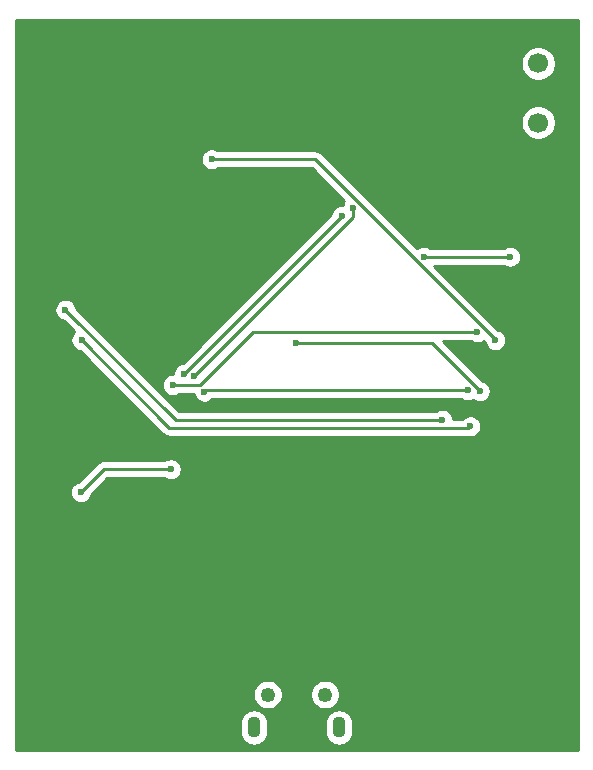
<source format=gbr>
%TF.GenerationSoftware,KiCad,Pcbnew,(5.1.9)-1*%
%TF.CreationDate,2021-04-27T12:53:02+02:00*%
%TF.ProjectId,AidonBoard32,4d657465-7242-46f6-9172-6433322e6b69,2*%
%TF.SameCoordinates,Original*%
%TF.FileFunction,Copper,L2,Bot*%
%TF.FilePolarity,Positive*%
%FSLAX46Y46*%
G04 Gerber Fmt 4.6, Leading zero omitted, Abs format (unit mm)*
G04 Created by KiCad (PCBNEW (5.1.9)-1) date 2021-04-27 12:53:02*
%MOMM*%
%LPD*%
G01*
G04 APERTURE LIST*
%TA.AperFunction,ComponentPad*%
%ADD10O,1.100000X1.800000*%
%TD*%
%TA.AperFunction,ComponentPad*%
%ADD11C,1.250000*%
%TD*%
%TA.AperFunction,ComponentPad*%
%ADD12C,1.700000*%
%TD*%
%TA.AperFunction,ViaPad*%
%ADD13C,0.600000*%
%TD*%
%TA.AperFunction,Conductor*%
%ADD14C,0.250000*%
%TD*%
%TA.AperFunction,Conductor*%
%ADD15C,0.254000*%
%TD*%
%TA.AperFunction,Conductor*%
%ADD16C,0.100000*%
%TD*%
G04 APERTURE END LIST*
D10*
%TO.P,M1,0*%
%TO.N,N/C*%
X98830000Y-92020000D03*
D11*
X100005000Y-89230000D03*
X104855000Y-89230000D03*
D10*
X106030000Y-92020000D03*
%TD*%
D12*
%TO.P,J1,2*%
%TO.N,Net-(J1-Pad2)*%
X122900000Y-35800000D03*
%TO.P,J1,1*%
%TO.N,Net-(J1-Pad1)*%
X122900000Y-40800000D03*
%TD*%
D13*
%TO.N,VBUS*%
X84178700Y-72096100D03*
X91798000Y-70158500D03*
%TO.N,GND*%
X105410000Y-87630000D03*
X79300000Y-50900000D03*
X79300000Y-52100000D03*
X79300000Y-53400000D03*
X79300000Y-54800000D03*
X79300000Y-56200000D03*
X79300000Y-57600000D03*
X79300000Y-59000000D03*
X79300000Y-60500000D03*
X79300000Y-61900000D03*
X79300000Y-63200000D03*
X79300000Y-64600000D03*
X79300000Y-66000000D03*
X79300000Y-67400000D03*
X79300000Y-68700000D03*
X79300000Y-69900000D03*
X79300000Y-71200000D03*
X79300000Y-73700000D03*
X79300000Y-74900000D03*
X79300000Y-76200000D03*
X79300000Y-77500000D03*
X79300000Y-81400000D03*
X79300000Y-80200000D03*
X79300000Y-82600000D03*
X79300000Y-83800000D03*
X79300000Y-85000000D03*
X79300000Y-91200000D03*
X79300000Y-92400000D03*
X79300000Y-72500000D03*
X79300000Y-78900000D03*
X79300000Y-86200000D03*
X79300000Y-87500000D03*
X79300000Y-88800000D03*
X79300000Y-90000000D03*
X99060000Y-87630000D03*
X95250000Y-53340000D03*
%TO.N,/RTS*%
X94645200Y-63576400D03*
X116933700Y-63482000D03*
%TO.N,/MCU_TX*%
X93775900Y-62298200D03*
X107244500Y-48014100D03*
%TO.N,/MCU_RX*%
X106279300Y-48712000D03*
X92950000Y-62060300D03*
%TO.N,/DTR*%
X91950000Y-63013600D03*
X117747300Y-58550000D03*
%TO.N,/EN*%
X119279600Y-59233300D03*
X95250000Y-43924052D03*
%TO.N,/IO0*%
X113218500Y-52169200D03*
X120531500Y-52169200D03*
%TO.N,Net-(C11-Pad1)*%
X114795000Y-65983500D03*
X82880500Y-56653800D03*
%TO.N,Net-(R10-Pad1)*%
X117961000Y-63541600D03*
X102376700Y-59468800D03*
%TO.N,Net-(R11-Pad1)*%
X117158800Y-66526500D03*
X84239100Y-59206000D03*
%TD*%
D14*
%TO.N,VBUS*%
X91798000Y-70158500D02*
X86116300Y-70158500D01*
X86116300Y-70158500D02*
X84178700Y-72096100D01*
%TO.N,/RTS*%
X116933700Y-63482000D02*
X94739600Y-63482000D01*
X94739600Y-63482000D02*
X94645200Y-63576400D01*
%TO.N,/MCU_TX*%
X93775900Y-62298200D02*
X107244400Y-48829700D01*
X107244400Y-48829700D02*
X107244400Y-48014100D01*
X107244400Y-48014100D02*
X107244500Y-48014100D01*
%TO.N,/MCU_RX*%
X92950000Y-62060300D02*
X106279300Y-48731000D01*
X106279300Y-48731000D02*
X106279300Y-48712000D01*
%TO.N,/DTR*%
X91950000Y-63013600D02*
X94278600Y-63013600D01*
X94278600Y-63013600D02*
X98742200Y-58550000D01*
X98742200Y-58550000D02*
X117747300Y-58550000D01*
%TO.N,/EN*%
X104038852Y-43924052D02*
X95250000Y-43924052D01*
X119279600Y-59233300D02*
X119279600Y-59164800D01*
X119279600Y-59164800D02*
X104038852Y-43924052D01*
%TO.N,/IO0*%
X120531500Y-52169200D02*
X113218500Y-52169200D01*
%TO.N,Net-(C11-Pad1)*%
X114795000Y-65983500D02*
X92210200Y-65983500D01*
X92210200Y-65983500D02*
X82880500Y-56653800D01*
%TO.N,Net-(R10-Pad1)*%
X117961000Y-63541600D02*
X113888200Y-59468800D01*
X113888200Y-59468800D02*
X102376700Y-59468800D01*
%TO.N,Net-(R11-Pad1)*%
X84239100Y-59206000D02*
X91658400Y-66625300D01*
X91658400Y-66625300D02*
X117060000Y-66625300D01*
X117060000Y-66625300D02*
X117158800Y-66526500D01*
%TD*%
D15*
%TO.N,GND*%
X126240001Y-39615123D02*
X126240000Y-93940000D01*
X78660000Y-93940000D01*
X78660000Y-91611794D01*
X97645000Y-91611794D01*
X97645000Y-92428207D01*
X97662147Y-92602300D01*
X97729906Y-92825674D01*
X97839943Y-93031536D01*
X97988026Y-93211975D01*
X98168465Y-93360058D01*
X98374327Y-93470094D01*
X98597701Y-93537853D01*
X98830000Y-93560733D01*
X99062300Y-93537853D01*
X99285674Y-93470094D01*
X99491536Y-93360058D01*
X99671975Y-93211975D01*
X99820058Y-93031536D01*
X99930094Y-92825674D01*
X99997853Y-92602299D01*
X100015000Y-92428206D01*
X100015000Y-91611794D01*
X104845000Y-91611794D01*
X104845000Y-92428207D01*
X104862147Y-92602300D01*
X104929906Y-92825674D01*
X105039943Y-93031536D01*
X105188026Y-93211975D01*
X105368465Y-93360058D01*
X105574327Y-93470094D01*
X105797701Y-93537853D01*
X106030000Y-93560733D01*
X106262300Y-93537853D01*
X106485674Y-93470094D01*
X106691536Y-93360058D01*
X106871975Y-93211975D01*
X107020058Y-93031536D01*
X107130094Y-92825674D01*
X107197853Y-92602299D01*
X107215000Y-92428206D01*
X107215000Y-91611793D01*
X107197853Y-91437700D01*
X107130094Y-91214326D01*
X107020058Y-91008464D01*
X106871975Y-90828025D01*
X106691535Y-90679942D01*
X106485673Y-90569906D01*
X106262299Y-90502147D01*
X106030000Y-90479267D01*
X105797700Y-90502147D01*
X105574326Y-90569906D01*
X105368464Y-90679942D01*
X105188025Y-90828025D01*
X105039942Y-91008465D01*
X104929906Y-91214327D01*
X104862147Y-91437701D01*
X104845000Y-91611794D01*
X100015000Y-91611794D01*
X100015000Y-91611793D01*
X99997853Y-91437700D01*
X99930094Y-91214326D01*
X99820058Y-91008464D01*
X99671975Y-90828025D01*
X99491535Y-90679942D01*
X99285673Y-90569906D01*
X99062299Y-90502147D01*
X98830000Y-90479267D01*
X98597700Y-90502147D01*
X98374326Y-90569906D01*
X98168464Y-90679942D01*
X97988025Y-90828025D01*
X97839942Y-91008465D01*
X97729906Y-91214327D01*
X97662147Y-91437701D01*
X97645000Y-91611794D01*
X78660000Y-91611794D01*
X78660000Y-89105901D01*
X98745000Y-89105901D01*
X98745000Y-89354099D01*
X98793421Y-89597529D01*
X98888402Y-89826834D01*
X99026294Y-90033203D01*
X99201797Y-90208706D01*
X99408166Y-90346598D01*
X99637471Y-90441579D01*
X99880901Y-90490000D01*
X100129099Y-90490000D01*
X100372529Y-90441579D01*
X100601834Y-90346598D01*
X100808203Y-90208706D01*
X100983706Y-90033203D01*
X101121598Y-89826834D01*
X101216579Y-89597529D01*
X101265000Y-89354099D01*
X101265000Y-89105901D01*
X103595000Y-89105901D01*
X103595000Y-89354099D01*
X103643421Y-89597529D01*
X103738402Y-89826834D01*
X103876294Y-90033203D01*
X104051797Y-90208706D01*
X104258166Y-90346598D01*
X104487471Y-90441579D01*
X104730901Y-90490000D01*
X104979099Y-90490000D01*
X105222529Y-90441579D01*
X105451834Y-90346598D01*
X105658203Y-90208706D01*
X105833706Y-90033203D01*
X105971598Y-89826834D01*
X106066579Y-89597529D01*
X106115000Y-89354099D01*
X106115000Y-89105901D01*
X106066579Y-88862471D01*
X105971598Y-88633166D01*
X105833706Y-88426797D01*
X105658203Y-88251294D01*
X105451834Y-88113402D01*
X105222529Y-88018421D01*
X104979099Y-87970000D01*
X104730901Y-87970000D01*
X104487471Y-88018421D01*
X104258166Y-88113402D01*
X104051797Y-88251294D01*
X103876294Y-88426797D01*
X103738402Y-88633166D01*
X103643421Y-88862471D01*
X103595000Y-89105901D01*
X101265000Y-89105901D01*
X101216579Y-88862471D01*
X101121598Y-88633166D01*
X100983706Y-88426797D01*
X100808203Y-88251294D01*
X100601834Y-88113402D01*
X100372529Y-88018421D01*
X100129099Y-87970000D01*
X99880901Y-87970000D01*
X99637471Y-88018421D01*
X99408166Y-88113402D01*
X99201797Y-88251294D01*
X99026294Y-88426797D01*
X98888402Y-88633166D01*
X98793421Y-88862471D01*
X98745000Y-89105901D01*
X78660000Y-89105901D01*
X78660000Y-72004011D01*
X83243700Y-72004011D01*
X83243700Y-72188189D01*
X83279632Y-72368829D01*
X83350114Y-72538989D01*
X83452438Y-72692128D01*
X83582672Y-72822362D01*
X83735811Y-72924686D01*
X83905971Y-72995168D01*
X84086611Y-73031100D01*
X84270789Y-73031100D01*
X84451429Y-72995168D01*
X84621589Y-72924686D01*
X84774728Y-72822362D01*
X84904962Y-72692128D01*
X85007286Y-72538989D01*
X85077768Y-72368829D01*
X85101853Y-72247748D01*
X86431102Y-70918500D01*
X91252465Y-70918500D01*
X91355111Y-70987086D01*
X91525271Y-71057568D01*
X91705911Y-71093500D01*
X91890089Y-71093500D01*
X92070729Y-71057568D01*
X92240889Y-70987086D01*
X92394028Y-70884762D01*
X92524262Y-70754528D01*
X92626586Y-70601389D01*
X92697068Y-70431229D01*
X92733000Y-70250589D01*
X92733000Y-70066411D01*
X92697068Y-69885771D01*
X92626586Y-69715611D01*
X92524262Y-69562472D01*
X92394028Y-69432238D01*
X92240889Y-69329914D01*
X92070729Y-69259432D01*
X91890089Y-69223500D01*
X91705911Y-69223500D01*
X91525271Y-69259432D01*
X91355111Y-69329914D01*
X91252465Y-69398500D01*
X86153622Y-69398500D01*
X86116299Y-69394824D01*
X86078976Y-69398500D01*
X86078967Y-69398500D01*
X85967314Y-69409497D01*
X85824053Y-69452954D01*
X85692024Y-69523526D01*
X85576299Y-69618499D01*
X85552501Y-69647497D01*
X84027052Y-71172947D01*
X83905971Y-71197032D01*
X83735811Y-71267514D01*
X83582672Y-71369838D01*
X83452438Y-71500072D01*
X83350114Y-71653211D01*
X83279632Y-71823371D01*
X83243700Y-72004011D01*
X78660000Y-72004011D01*
X78660000Y-56561711D01*
X81945500Y-56561711D01*
X81945500Y-56745889D01*
X81981432Y-56926529D01*
X82051914Y-57096689D01*
X82154238Y-57249828D01*
X82284472Y-57380062D01*
X82437611Y-57482386D01*
X82607771Y-57552868D01*
X82728852Y-57576953D01*
X83637354Y-58485456D01*
X83512838Y-58609972D01*
X83410514Y-58763111D01*
X83340032Y-58933271D01*
X83304100Y-59113911D01*
X83304100Y-59298089D01*
X83340032Y-59478729D01*
X83410514Y-59648889D01*
X83512838Y-59802028D01*
X83643072Y-59932262D01*
X83796211Y-60034586D01*
X83966371Y-60105068D01*
X84087452Y-60129153D01*
X91094601Y-67136303D01*
X91118399Y-67165301D01*
X91234124Y-67260274D01*
X91366153Y-67330846D01*
X91509414Y-67374303D01*
X91621067Y-67385300D01*
X91621075Y-67385300D01*
X91658400Y-67388976D01*
X91695725Y-67385300D01*
X116788855Y-67385300D01*
X116886071Y-67425568D01*
X117066711Y-67461500D01*
X117250889Y-67461500D01*
X117431529Y-67425568D01*
X117601689Y-67355086D01*
X117754828Y-67252762D01*
X117885062Y-67122528D01*
X117987386Y-66969389D01*
X118057868Y-66799229D01*
X118093800Y-66618589D01*
X118093800Y-66434411D01*
X118057868Y-66253771D01*
X117987386Y-66083611D01*
X117885062Y-65930472D01*
X117754828Y-65800238D01*
X117601689Y-65697914D01*
X117431529Y-65627432D01*
X117250889Y-65591500D01*
X117066711Y-65591500D01*
X116886071Y-65627432D01*
X116715911Y-65697914D01*
X116562772Y-65800238D01*
X116497710Y-65865300D01*
X115724806Y-65865300D01*
X115694068Y-65710771D01*
X115623586Y-65540611D01*
X115521262Y-65387472D01*
X115391028Y-65257238D01*
X115237889Y-65154914D01*
X115067729Y-65084432D01*
X114887089Y-65048500D01*
X114702911Y-65048500D01*
X114522271Y-65084432D01*
X114352111Y-65154914D01*
X114249465Y-65223500D01*
X92525002Y-65223500D01*
X90223013Y-62921511D01*
X91015000Y-62921511D01*
X91015000Y-63105689D01*
X91050932Y-63286329D01*
X91121414Y-63456489D01*
X91223738Y-63609628D01*
X91353972Y-63739862D01*
X91507111Y-63842186D01*
X91677271Y-63912668D01*
X91857911Y-63948600D01*
X92042089Y-63948600D01*
X92222729Y-63912668D01*
X92392889Y-63842186D01*
X92495535Y-63773600D01*
X93731108Y-63773600D01*
X93746132Y-63849129D01*
X93816614Y-64019289D01*
X93918938Y-64172428D01*
X94049172Y-64302662D01*
X94202311Y-64404986D01*
X94372471Y-64475468D01*
X94553111Y-64511400D01*
X94737289Y-64511400D01*
X94917929Y-64475468D01*
X95088089Y-64404986D01*
X95241228Y-64302662D01*
X95301890Y-64242000D01*
X116388165Y-64242000D01*
X116490811Y-64310586D01*
X116660971Y-64381068D01*
X116841611Y-64417000D01*
X117025789Y-64417000D01*
X117206429Y-64381068D01*
X117376589Y-64310586D01*
X117402751Y-64293105D01*
X117518111Y-64370186D01*
X117688271Y-64440668D01*
X117868911Y-64476600D01*
X118053089Y-64476600D01*
X118233729Y-64440668D01*
X118403889Y-64370186D01*
X118557028Y-64267862D01*
X118687262Y-64137628D01*
X118789586Y-63984489D01*
X118860068Y-63814329D01*
X118896000Y-63633689D01*
X118896000Y-63449511D01*
X118860068Y-63268871D01*
X118789586Y-63098711D01*
X118687262Y-62945572D01*
X118557028Y-62815338D01*
X118403889Y-62713014D01*
X118233729Y-62642532D01*
X118112649Y-62618447D01*
X114804201Y-59310000D01*
X117201765Y-59310000D01*
X117304411Y-59378586D01*
X117474571Y-59449068D01*
X117655211Y-59485000D01*
X117839389Y-59485000D01*
X118020029Y-59449068D01*
X118190189Y-59378586D01*
X118327102Y-59287104D01*
X118344600Y-59304602D01*
X118344600Y-59325389D01*
X118380532Y-59506029D01*
X118451014Y-59676189D01*
X118553338Y-59829328D01*
X118683572Y-59959562D01*
X118836711Y-60061886D01*
X119006871Y-60132368D01*
X119187511Y-60168300D01*
X119371689Y-60168300D01*
X119552329Y-60132368D01*
X119722489Y-60061886D01*
X119875628Y-59959562D01*
X120005862Y-59829328D01*
X120108186Y-59676189D01*
X120178668Y-59506029D01*
X120214600Y-59325389D01*
X120214600Y-59141211D01*
X120178668Y-58960571D01*
X120108186Y-58790411D01*
X120005862Y-58637272D01*
X119875628Y-58507038D01*
X119722489Y-58404714D01*
X119552329Y-58334232D01*
X119516758Y-58327156D01*
X114118802Y-52929200D01*
X119985965Y-52929200D01*
X120088611Y-52997786D01*
X120258771Y-53068268D01*
X120439411Y-53104200D01*
X120623589Y-53104200D01*
X120804229Y-53068268D01*
X120974389Y-52997786D01*
X121127528Y-52895462D01*
X121257762Y-52765228D01*
X121360086Y-52612089D01*
X121430568Y-52441929D01*
X121466500Y-52261289D01*
X121466500Y-52077111D01*
X121430568Y-51896471D01*
X121360086Y-51726311D01*
X121257762Y-51573172D01*
X121127528Y-51442938D01*
X120974389Y-51340614D01*
X120804229Y-51270132D01*
X120623589Y-51234200D01*
X120439411Y-51234200D01*
X120258771Y-51270132D01*
X120088611Y-51340614D01*
X119985965Y-51409200D01*
X113764035Y-51409200D01*
X113661389Y-51340614D01*
X113491229Y-51270132D01*
X113310589Y-51234200D01*
X113126411Y-51234200D01*
X112945771Y-51270132D01*
X112775611Y-51340614D01*
X112628507Y-51438906D01*
X104602656Y-43413055D01*
X104578853Y-43384051D01*
X104463128Y-43289078D01*
X104331099Y-43218506D01*
X104187838Y-43175049D01*
X104076185Y-43164052D01*
X104076174Y-43164052D01*
X104038852Y-43160376D01*
X104001530Y-43164052D01*
X95795535Y-43164052D01*
X95692889Y-43095466D01*
X95522729Y-43024984D01*
X95342089Y-42989052D01*
X95157911Y-42989052D01*
X94977271Y-43024984D01*
X94807111Y-43095466D01*
X94653972Y-43197790D01*
X94523738Y-43328024D01*
X94421414Y-43481163D01*
X94350932Y-43651323D01*
X94315000Y-43831963D01*
X94315000Y-44016141D01*
X94350932Y-44196781D01*
X94421414Y-44366941D01*
X94523738Y-44520080D01*
X94653972Y-44650314D01*
X94807111Y-44752638D01*
X94977271Y-44823120D01*
X95157911Y-44859052D01*
X95342089Y-44859052D01*
X95522729Y-44823120D01*
X95692889Y-44752638D01*
X95795535Y-44684052D01*
X103724051Y-44684052D01*
X106494138Y-47454140D01*
X106415914Y-47571211D01*
X106345432Y-47741371D01*
X106338345Y-47777000D01*
X106187211Y-47777000D01*
X106006571Y-47812932D01*
X105836411Y-47883414D01*
X105683272Y-47985738D01*
X105553038Y-48115972D01*
X105450714Y-48269111D01*
X105380232Y-48439271D01*
X105351430Y-48584068D01*
X92798352Y-61137147D01*
X92677271Y-61161232D01*
X92507111Y-61231714D01*
X92353972Y-61334038D01*
X92223738Y-61464272D01*
X92121414Y-61617411D01*
X92050932Y-61787571D01*
X92015000Y-61968211D01*
X92015000Y-62078600D01*
X91857911Y-62078600D01*
X91677271Y-62114532D01*
X91507111Y-62185014D01*
X91353972Y-62287338D01*
X91223738Y-62417572D01*
X91121414Y-62570711D01*
X91050932Y-62740871D01*
X91015000Y-62921511D01*
X90223013Y-62921511D01*
X83803653Y-56502152D01*
X83779568Y-56381071D01*
X83709086Y-56210911D01*
X83606762Y-56057772D01*
X83476528Y-55927538D01*
X83323389Y-55825214D01*
X83153229Y-55754732D01*
X82972589Y-55718800D01*
X82788411Y-55718800D01*
X82607771Y-55754732D01*
X82437611Y-55825214D01*
X82284472Y-55927538D01*
X82154238Y-56057772D01*
X82051914Y-56210911D01*
X81981432Y-56381071D01*
X81945500Y-56561711D01*
X78660000Y-56561711D01*
X78660000Y-40653740D01*
X121415000Y-40653740D01*
X121415000Y-40946260D01*
X121472068Y-41233158D01*
X121584010Y-41503411D01*
X121746525Y-41746632D01*
X121953368Y-41953475D01*
X122196589Y-42115990D01*
X122466842Y-42227932D01*
X122753740Y-42285000D01*
X123046260Y-42285000D01*
X123333158Y-42227932D01*
X123603411Y-42115990D01*
X123846632Y-41953475D01*
X124053475Y-41746632D01*
X124215990Y-41503411D01*
X124327932Y-41233158D01*
X124385000Y-40946260D01*
X124385000Y-40653740D01*
X124327932Y-40366842D01*
X124215990Y-40096589D01*
X124053475Y-39853368D01*
X123846632Y-39646525D01*
X123603411Y-39484010D01*
X123333158Y-39372068D01*
X123046260Y-39315000D01*
X122753740Y-39315000D01*
X122466842Y-39372068D01*
X122196589Y-39484010D01*
X121953368Y-39646525D01*
X121746525Y-39853368D01*
X121584010Y-40096589D01*
X121472068Y-40366842D01*
X121415000Y-40653740D01*
X78660000Y-40653740D01*
X78660000Y-35653740D01*
X121415000Y-35653740D01*
X121415000Y-35946260D01*
X121472068Y-36233158D01*
X121584010Y-36503411D01*
X121746525Y-36746632D01*
X121953368Y-36953475D01*
X122196589Y-37115990D01*
X122466842Y-37227932D01*
X122753740Y-37285000D01*
X123046260Y-37285000D01*
X123333158Y-37227932D01*
X123603411Y-37115990D01*
X123846632Y-36953475D01*
X124053475Y-36746632D01*
X124215990Y-36503411D01*
X124327932Y-36233158D01*
X124385000Y-35946260D01*
X124385000Y-35653740D01*
X124327932Y-35366842D01*
X124215990Y-35096589D01*
X124053475Y-34853368D01*
X123846632Y-34646525D01*
X123603411Y-34484010D01*
X123333158Y-34372068D01*
X123046260Y-34315000D01*
X122753740Y-34315000D01*
X122466842Y-34372068D01*
X122196589Y-34484010D01*
X121953368Y-34646525D01*
X121746525Y-34853368D01*
X121584010Y-35096589D01*
X121472068Y-35366842D01*
X121415000Y-35653740D01*
X78660000Y-35653740D01*
X78660000Y-32110000D01*
X126240000Y-32110000D01*
X126240001Y-39615123D01*
%TA.AperFunction,Conductor*%
D16*
G36*
X126240001Y-39615123D02*
G01*
X126240000Y-93940000D01*
X78660000Y-93940000D01*
X78660000Y-91611794D01*
X97645000Y-91611794D01*
X97645000Y-92428207D01*
X97662147Y-92602300D01*
X97729906Y-92825674D01*
X97839943Y-93031536D01*
X97988026Y-93211975D01*
X98168465Y-93360058D01*
X98374327Y-93470094D01*
X98597701Y-93537853D01*
X98830000Y-93560733D01*
X99062300Y-93537853D01*
X99285674Y-93470094D01*
X99491536Y-93360058D01*
X99671975Y-93211975D01*
X99820058Y-93031536D01*
X99930094Y-92825674D01*
X99997853Y-92602299D01*
X100015000Y-92428206D01*
X100015000Y-91611794D01*
X104845000Y-91611794D01*
X104845000Y-92428207D01*
X104862147Y-92602300D01*
X104929906Y-92825674D01*
X105039943Y-93031536D01*
X105188026Y-93211975D01*
X105368465Y-93360058D01*
X105574327Y-93470094D01*
X105797701Y-93537853D01*
X106030000Y-93560733D01*
X106262300Y-93537853D01*
X106485674Y-93470094D01*
X106691536Y-93360058D01*
X106871975Y-93211975D01*
X107020058Y-93031536D01*
X107130094Y-92825674D01*
X107197853Y-92602299D01*
X107215000Y-92428206D01*
X107215000Y-91611793D01*
X107197853Y-91437700D01*
X107130094Y-91214326D01*
X107020058Y-91008464D01*
X106871975Y-90828025D01*
X106691535Y-90679942D01*
X106485673Y-90569906D01*
X106262299Y-90502147D01*
X106030000Y-90479267D01*
X105797700Y-90502147D01*
X105574326Y-90569906D01*
X105368464Y-90679942D01*
X105188025Y-90828025D01*
X105039942Y-91008465D01*
X104929906Y-91214327D01*
X104862147Y-91437701D01*
X104845000Y-91611794D01*
X100015000Y-91611794D01*
X100015000Y-91611793D01*
X99997853Y-91437700D01*
X99930094Y-91214326D01*
X99820058Y-91008464D01*
X99671975Y-90828025D01*
X99491535Y-90679942D01*
X99285673Y-90569906D01*
X99062299Y-90502147D01*
X98830000Y-90479267D01*
X98597700Y-90502147D01*
X98374326Y-90569906D01*
X98168464Y-90679942D01*
X97988025Y-90828025D01*
X97839942Y-91008465D01*
X97729906Y-91214327D01*
X97662147Y-91437701D01*
X97645000Y-91611794D01*
X78660000Y-91611794D01*
X78660000Y-89105901D01*
X98745000Y-89105901D01*
X98745000Y-89354099D01*
X98793421Y-89597529D01*
X98888402Y-89826834D01*
X99026294Y-90033203D01*
X99201797Y-90208706D01*
X99408166Y-90346598D01*
X99637471Y-90441579D01*
X99880901Y-90490000D01*
X100129099Y-90490000D01*
X100372529Y-90441579D01*
X100601834Y-90346598D01*
X100808203Y-90208706D01*
X100983706Y-90033203D01*
X101121598Y-89826834D01*
X101216579Y-89597529D01*
X101265000Y-89354099D01*
X101265000Y-89105901D01*
X103595000Y-89105901D01*
X103595000Y-89354099D01*
X103643421Y-89597529D01*
X103738402Y-89826834D01*
X103876294Y-90033203D01*
X104051797Y-90208706D01*
X104258166Y-90346598D01*
X104487471Y-90441579D01*
X104730901Y-90490000D01*
X104979099Y-90490000D01*
X105222529Y-90441579D01*
X105451834Y-90346598D01*
X105658203Y-90208706D01*
X105833706Y-90033203D01*
X105971598Y-89826834D01*
X106066579Y-89597529D01*
X106115000Y-89354099D01*
X106115000Y-89105901D01*
X106066579Y-88862471D01*
X105971598Y-88633166D01*
X105833706Y-88426797D01*
X105658203Y-88251294D01*
X105451834Y-88113402D01*
X105222529Y-88018421D01*
X104979099Y-87970000D01*
X104730901Y-87970000D01*
X104487471Y-88018421D01*
X104258166Y-88113402D01*
X104051797Y-88251294D01*
X103876294Y-88426797D01*
X103738402Y-88633166D01*
X103643421Y-88862471D01*
X103595000Y-89105901D01*
X101265000Y-89105901D01*
X101216579Y-88862471D01*
X101121598Y-88633166D01*
X100983706Y-88426797D01*
X100808203Y-88251294D01*
X100601834Y-88113402D01*
X100372529Y-88018421D01*
X100129099Y-87970000D01*
X99880901Y-87970000D01*
X99637471Y-88018421D01*
X99408166Y-88113402D01*
X99201797Y-88251294D01*
X99026294Y-88426797D01*
X98888402Y-88633166D01*
X98793421Y-88862471D01*
X98745000Y-89105901D01*
X78660000Y-89105901D01*
X78660000Y-72004011D01*
X83243700Y-72004011D01*
X83243700Y-72188189D01*
X83279632Y-72368829D01*
X83350114Y-72538989D01*
X83452438Y-72692128D01*
X83582672Y-72822362D01*
X83735811Y-72924686D01*
X83905971Y-72995168D01*
X84086611Y-73031100D01*
X84270789Y-73031100D01*
X84451429Y-72995168D01*
X84621589Y-72924686D01*
X84774728Y-72822362D01*
X84904962Y-72692128D01*
X85007286Y-72538989D01*
X85077768Y-72368829D01*
X85101853Y-72247748D01*
X86431102Y-70918500D01*
X91252465Y-70918500D01*
X91355111Y-70987086D01*
X91525271Y-71057568D01*
X91705911Y-71093500D01*
X91890089Y-71093500D01*
X92070729Y-71057568D01*
X92240889Y-70987086D01*
X92394028Y-70884762D01*
X92524262Y-70754528D01*
X92626586Y-70601389D01*
X92697068Y-70431229D01*
X92733000Y-70250589D01*
X92733000Y-70066411D01*
X92697068Y-69885771D01*
X92626586Y-69715611D01*
X92524262Y-69562472D01*
X92394028Y-69432238D01*
X92240889Y-69329914D01*
X92070729Y-69259432D01*
X91890089Y-69223500D01*
X91705911Y-69223500D01*
X91525271Y-69259432D01*
X91355111Y-69329914D01*
X91252465Y-69398500D01*
X86153622Y-69398500D01*
X86116299Y-69394824D01*
X86078976Y-69398500D01*
X86078967Y-69398500D01*
X85967314Y-69409497D01*
X85824053Y-69452954D01*
X85692024Y-69523526D01*
X85576299Y-69618499D01*
X85552501Y-69647497D01*
X84027052Y-71172947D01*
X83905971Y-71197032D01*
X83735811Y-71267514D01*
X83582672Y-71369838D01*
X83452438Y-71500072D01*
X83350114Y-71653211D01*
X83279632Y-71823371D01*
X83243700Y-72004011D01*
X78660000Y-72004011D01*
X78660000Y-56561711D01*
X81945500Y-56561711D01*
X81945500Y-56745889D01*
X81981432Y-56926529D01*
X82051914Y-57096689D01*
X82154238Y-57249828D01*
X82284472Y-57380062D01*
X82437611Y-57482386D01*
X82607771Y-57552868D01*
X82728852Y-57576953D01*
X83637354Y-58485456D01*
X83512838Y-58609972D01*
X83410514Y-58763111D01*
X83340032Y-58933271D01*
X83304100Y-59113911D01*
X83304100Y-59298089D01*
X83340032Y-59478729D01*
X83410514Y-59648889D01*
X83512838Y-59802028D01*
X83643072Y-59932262D01*
X83796211Y-60034586D01*
X83966371Y-60105068D01*
X84087452Y-60129153D01*
X91094601Y-67136303D01*
X91118399Y-67165301D01*
X91234124Y-67260274D01*
X91366153Y-67330846D01*
X91509414Y-67374303D01*
X91621067Y-67385300D01*
X91621075Y-67385300D01*
X91658400Y-67388976D01*
X91695725Y-67385300D01*
X116788855Y-67385300D01*
X116886071Y-67425568D01*
X117066711Y-67461500D01*
X117250889Y-67461500D01*
X117431529Y-67425568D01*
X117601689Y-67355086D01*
X117754828Y-67252762D01*
X117885062Y-67122528D01*
X117987386Y-66969389D01*
X118057868Y-66799229D01*
X118093800Y-66618589D01*
X118093800Y-66434411D01*
X118057868Y-66253771D01*
X117987386Y-66083611D01*
X117885062Y-65930472D01*
X117754828Y-65800238D01*
X117601689Y-65697914D01*
X117431529Y-65627432D01*
X117250889Y-65591500D01*
X117066711Y-65591500D01*
X116886071Y-65627432D01*
X116715911Y-65697914D01*
X116562772Y-65800238D01*
X116497710Y-65865300D01*
X115724806Y-65865300D01*
X115694068Y-65710771D01*
X115623586Y-65540611D01*
X115521262Y-65387472D01*
X115391028Y-65257238D01*
X115237889Y-65154914D01*
X115067729Y-65084432D01*
X114887089Y-65048500D01*
X114702911Y-65048500D01*
X114522271Y-65084432D01*
X114352111Y-65154914D01*
X114249465Y-65223500D01*
X92525002Y-65223500D01*
X90223013Y-62921511D01*
X91015000Y-62921511D01*
X91015000Y-63105689D01*
X91050932Y-63286329D01*
X91121414Y-63456489D01*
X91223738Y-63609628D01*
X91353972Y-63739862D01*
X91507111Y-63842186D01*
X91677271Y-63912668D01*
X91857911Y-63948600D01*
X92042089Y-63948600D01*
X92222729Y-63912668D01*
X92392889Y-63842186D01*
X92495535Y-63773600D01*
X93731108Y-63773600D01*
X93746132Y-63849129D01*
X93816614Y-64019289D01*
X93918938Y-64172428D01*
X94049172Y-64302662D01*
X94202311Y-64404986D01*
X94372471Y-64475468D01*
X94553111Y-64511400D01*
X94737289Y-64511400D01*
X94917929Y-64475468D01*
X95088089Y-64404986D01*
X95241228Y-64302662D01*
X95301890Y-64242000D01*
X116388165Y-64242000D01*
X116490811Y-64310586D01*
X116660971Y-64381068D01*
X116841611Y-64417000D01*
X117025789Y-64417000D01*
X117206429Y-64381068D01*
X117376589Y-64310586D01*
X117402751Y-64293105D01*
X117518111Y-64370186D01*
X117688271Y-64440668D01*
X117868911Y-64476600D01*
X118053089Y-64476600D01*
X118233729Y-64440668D01*
X118403889Y-64370186D01*
X118557028Y-64267862D01*
X118687262Y-64137628D01*
X118789586Y-63984489D01*
X118860068Y-63814329D01*
X118896000Y-63633689D01*
X118896000Y-63449511D01*
X118860068Y-63268871D01*
X118789586Y-63098711D01*
X118687262Y-62945572D01*
X118557028Y-62815338D01*
X118403889Y-62713014D01*
X118233729Y-62642532D01*
X118112649Y-62618447D01*
X114804201Y-59310000D01*
X117201765Y-59310000D01*
X117304411Y-59378586D01*
X117474571Y-59449068D01*
X117655211Y-59485000D01*
X117839389Y-59485000D01*
X118020029Y-59449068D01*
X118190189Y-59378586D01*
X118327102Y-59287104D01*
X118344600Y-59304602D01*
X118344600Y-59325389D01*
X118380532Y-59506029D01*
X118451014Y-59676189D01*
X118553338Y-59829328D01*
X118683572Y-59959562D01*
X118836711Y-60061886D01*
X119006871Y-60132368D01*
X119187511Y-60168300D01*
X119371689Y-60168300D01*
X119552329Y-60132368D01*
X119722489Y-60061886D01*
X119875628Y-59959562D01*
X120005862Y-59829328D01*
X120108186Y-59676189D01*
X120178668Y-59506029D01*
X120214600Y-59325389D01*
X120214600Y-59141211D01*
X120178668Y-58960571D01*
X120108186Y-58790411D01*
X120005862Y-58637272D01*
X119875628Y-58507038D01*
X119722489Y-58404714D01*
X119552329Y-58334232D01*
X119516758Y-58327156D01*
X114118802Y-52929200D01*
X119985965Y-52929200D01*
X120088611Y-52997786D01*
X120258771Y-53068268D01*
X120439411Y-53104200D01*
X120623589Y-53104200D01*
X120804229Y-53068268D01*
X120974389Y-52997786D01*
X121127528Y-52895462D01*
X121257762Y-52765228D01*
X121360086Y-52612089D01*
X121430568Y-52441929D01*
X121466500Y-52261289D01*
X121466500Y-52077111D01*
X121430568Y-51896471D01*
X121360086Y-51726311D01*
X121257762Y-51573172D01*
X121127528Y-51442938D01*
X120974389Y-51340614D01*
X120804229Y-51270132D01*
X120623589Y-51234200D01*
X120439411Y-51234200D01*
X120258771Y-51270132D01*
X120088611Y-51340614D01*
X119985965Y-51409200D01*
X113764035Y-51409200D01*
X113661389Y-51340614D01*
X113491229Y-51270132D01*
X113310589Y-51234200D01*
X113126411Y-51234200D01*
X112945771Y-51270132D01*
X112775611Y-51340614D01*
X112628507Y-51438906D01*
X104602656Y-43413055D01*
X104578853Y-43384051D01*
X104463128Y-43289078D01*
X104331099Y-43218506D01*
X104187838Y-43175049D01*
X104076185Y-43164052D01*
X104076174Y-43164052D01*
X104038852Y-43160376D01*
X104001530Y-43164052D01*
X95795535Y-43164052D01*
X95692889Y-43095466D01*
X95522729Y-43024984D01*
X95342089Y-42989052D01*
X95157911Y-42989052D01*
X94977271Y-43024984D01*
X94807111Y-43095466D01*
X94653972Y-43197790D01*
X94523738Y-43328024D01*
X94421414Y-43481163D01*
X94350932Y-43651323D01*
X94315000Y-43831963D01*
X94315000Y-44016141D01*
X94350932Y-44196781D01*
X94421414Y-44366941D01*
X94523738Y-44520080D01*
X94653972Y-44650314D01*
X94807111Y-44752638D01*
X94977271Y-44823120D01*
X95157911Y-44859052D01*
X95342089Y-44859052D01*
X95522729Y-44823120D01*
X95692889Y-44752638D01*
X95795535Y-44684052D01*
X103724051Y-44684052D01*
X106494138Y-47454140D01*
X106415914Y-47571211D01*
X106345432Y-47741371D01*
X106338345Y-47777000D01*
X106187211Y-47777000D01*
X106006571Y-47812932D01*
X105836411Y-47883414D01*
X105683272Y-47985738D01*
X105553038Y-48115972D01*
X105450714Y-48269111D01*
X105380232Y-48439271D01*
X105351430Y-48584068D01*
X92798352Y-61137147D01*
X92677271Y-61161232D01*
X92507111Y-61231714D01*
X92353972Y-61334038D01*
X92223738Y-61464272D01*
X92121414Y-61617411D01*
X92050932Y-61787571D01*
X92015000Y-61968211D01*
X92015000Y-62078600D01*
X91857911Y-62078600D01*
X91677271Y-62114532D01*
X91507111Y-62185014D01*
X91353972Y-62287338D01*
X91223738Y-62417572D01*
X91121414Y-62570711D01*
X91050932Y-62740871D01*
X91015000Y-62921511D01*
X90223013Y-62921511D01*
X83803653Y-56502152D01*
X83779568Y-56381071D01*
X83709086Y-56210911D01*
X83606762Y-56057772D01*
X83476528Y-55927538D01*
X83323389Y-55825214D01*
X83153229Y-55754732D01*
X82972589Y-55718800D01*
X82788411Y-55718800D01*
X82607771Y-55754732D01*
X82437611Y-55825214D01*
X82284472Y-55927538D01*
X82154238Y-56057772D01*
X82051914Y-56210911D01*
X81981432Y-56381071D01*
X81945500Y-56561711D01*
X78660000Y-56561711D01*
X78660000Y-40653740D01*
X121415000Y-40653740D01*
X121415000Y-40946260D01*
X121472068Y-41233158D01*
X121584010Y-41503411D01*
X121746525Y-41746632D01*
X121953368Y-41953475D01*
X122196589Y-42115990D01*
X122466842Y-42227932D01*
X122753740Y-42285000D01*
X123046260Y-42285000D01*
X123333158Y-42227932D01*
X123603411Y-42115990D01*
X123846632Y-41953475D01*
X124053475Y-41746632D01*
X124215990Y-41503411D01*
X124327932Y-41233158D01*
X124385000Y-40946260D01*
X124385000Y-40653740D01*
X124327932Y-40366842D01*
X124215990Y-40096589D01*
X124053475Y-39853368D01*
X123846632Y-39646525D01*
X123603411Y-39484010D01*
X123333158Y-39372068D01*
X123046260Y-39315000D01*
X122753740Y-39315000D01*
X122466842Y-39372068D01*
X122196589Y-39484010D01*
X121953368Y-39646525D01*
X121746525Y-39853368D01*
X121584010Y-40096589D01*
X121472068Y-40366842D01*
X121415000Y-40653740D01*
X78660000Y-40653740D01*
X78660000Y-35653740D01*
X121415000Y-35653740D01*
X121415000Y-35946260D01*
X121472068Y-36233158D01*
X121584010Y-36503411D01*
X121746525Y-36746632D01*
X121953368Y-36953475D01*
X122196589Y-37115990D01*
X122466842Y-37227932D01*
X122753740Y-37285000D01*
X123046260Y-37285000D01*
X123333158Y-37227932D01*
X123603411Y-37115990D01*
X123846632Y-36953475D01*
X124053475Y-36746632D01*
X124215990Y-36503411D01*
X124327932Y-36233158D01*
X124385000Y-35946260D01*
X124385000Y-35653740D01*
X124327932Y-35366842D01*
X124215990Y-35096589D01*
X124053475Y-34853368D01*
X123846632Y-34646525D01*
X123603411Y-34484010D01*
X123333158Y-34372068D01*
X123046260Y-34315000D01*
X122753740Y-34315000D01*
X122466842Y-34372068D01*
X122196589Y-34484010D01*
X121953368Y-34646525D01*
X121746525Y-34853368D01*
X121584010Y-35096589D01*
X121472068Y-35366842D01*
X121415000Y-35653740D01*
X78660000Y-35653740D01*
X78660000Y-32110000D01*
X126240000Y-32110000D01*
X126240001Y-39615123D01*
G37*
%TD.AperFunction*%
%TD*%
M02*

</source>
